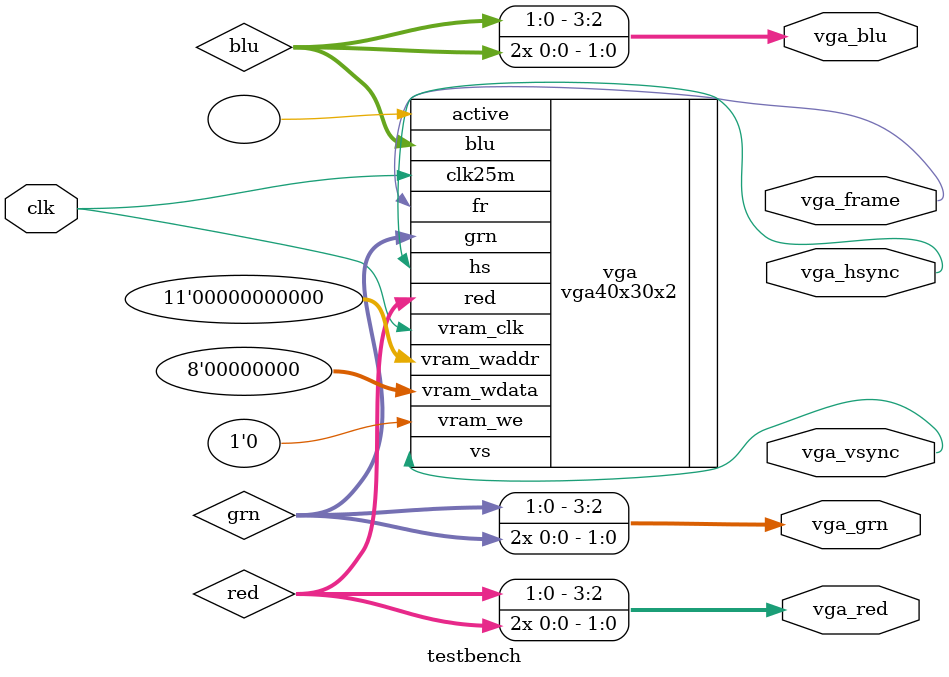
<source format=sv>

`timescale 1ns / 1ps

`define HEX_PATHS

module testbench(
        input clk,
	output [3:0]vga_red,
	output [3:0]vga_grn,
	output [3:0]vga_blu,
	output vga_hsync,
	output vga_vsync,
	output vga_frame
        );

wire [1:0]red;
wire [1:0]grn;
wire [1:0]blu;

vga40x30x2 vga(
	.clk25m(clk),
	.red(red),
	.grn(grn),
	.blu(blu),
	.hs(vga_hsync),
	.vs(vga_vsync),
	.fr(vga_frame),
	.active(),
	.vram_waddr(11'b0),
	.vram_wdata(8'b0),
	.vram_we(1'b0),
	.vram_clk(clk)
	);

assign vga_red = { red, red[0], red[0] };
assign vga_grn = { grn, grn[0], grn[0] };
assign vga_blu = { blu, blu[0], blu[0] };

endmodule

</source>
